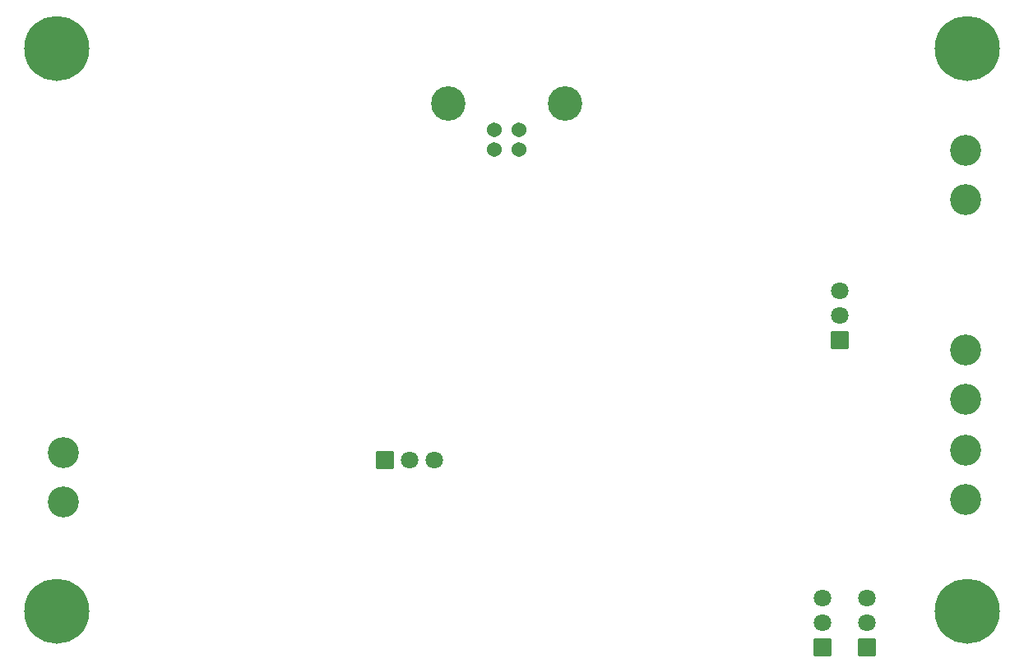
<source format=gbs>
G04 Layer: BottomSolderMaskLayer*
G04 EasyEDA v6.5.46, 2024-09-04 15:34:20*
G04 d73e3e6912d945eb9b412824c50a840e,79071ce94af74c669a867ceed4e6d4b3,10*
G04 Gerber Generator version 0.2*
G04 Scale: 100 percent, Rotated: No, Reflected: No *
G04 Dimensions in millimeters *
G04 leading zeros omitted , absolute positions ,4 integer and 5 decimal *
%FSLAX45Y45*%
%MOMM*%

%AMMACRO1*4,1,8,-0.8707,-0.9,-0.9,-0.8707,-0.9,0.8707,-0.8707,0.9,0.8707,0.9,0.9,0.8707,0.9,-0.8707,0.8707,-0.9,-0.8707,-0.9,0*%
%ADD10MACRO1*%
%ADD11C,1.8000*%
%ADD12C,1.5326*%
%ADD13C,3.5517*%
%ADD14C,3.2032*%
%ADD15C,6.7032*%

%LPD*%
D10*
G01*
X3987800Y2159000D03*
D11*
G01*
X4241800Y2159000D03*
G01*
X4495800Y2159000D03*
D12*
G01*
X5118100Y5359400D03*
G01*
X5368086Y5359400D03*
G01*
X5368086Y5559399D03*
G01*
X5118100Y5559399D03*
D13*
G01*
X4641113Y5830392D03*
G01*
X5845098Y5830392D03*
D14*
G01*
X9969500Y4838700D03*
G01*
X9969500Y5346700D03*
D10*
G01*
X8674100Y3390900D03*
D11*
G01*
X8674100Y3644900D03*
G01*
X8674100Y3898900D03*
D10*
G01*
X8953500Y228600D03*
D11*
G01*
X8953500Y482600D03*
G01*
X8953500Y736600D03*
D14*
G01*
X9969500Y1752600D03*
G01*
X9969500Y2260600D03*
G01*
X9969500Y2781300D03*
G01*
X9969500Y3289300D03*
G01*
X676198Y2235200D03*
G01*
X676198Y1727200D03*
D10*
G01*
X8496300Y228600D03*
D11*
G01*
X8496300Y482600D03*
G01*
X8496300Y736600D03*
D15*
G01*
X614502Y6399987D03*
G01*
X614502Y599998D03*
G01*
X9984993Y6399987D03*
G01*
X9984993Y599998D03*
M02*

</source>
